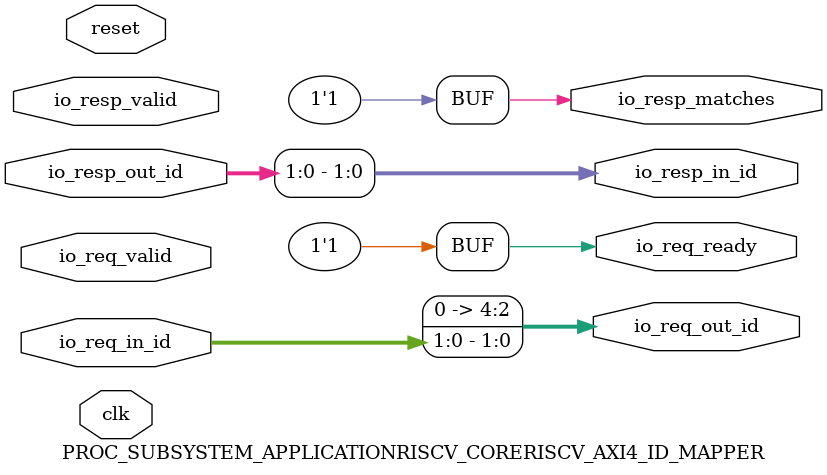
<source format=v>
`define RANDOMIZE
`timescale 1ns/10ps
module PROC_SUBSYSTEM_APPLICATIONRISCV_CORERISCV_AXI4_ID_MAPPER(
  input   clk,
  input   reset,
  input   io_req_valid,
  output  io_req_ready,
  input  [1:0] io_req_in_id,
  output [4:0] io_req_out_id,
  input   io_resp_valid,
  output  io_resp_matches,
  input  [4:0] io_resp_out_id,
  output [1:0] io_resp_in_id
);
  assign io_req_ready = 1'h1;
  assign io_req_out_id = {{3'd0}, io_req_in_id};
  assign io_resp_matches = 1'h1;
  assign io_resp_in_id = io_resp_out_id[1:0];
endmodule

</source>
